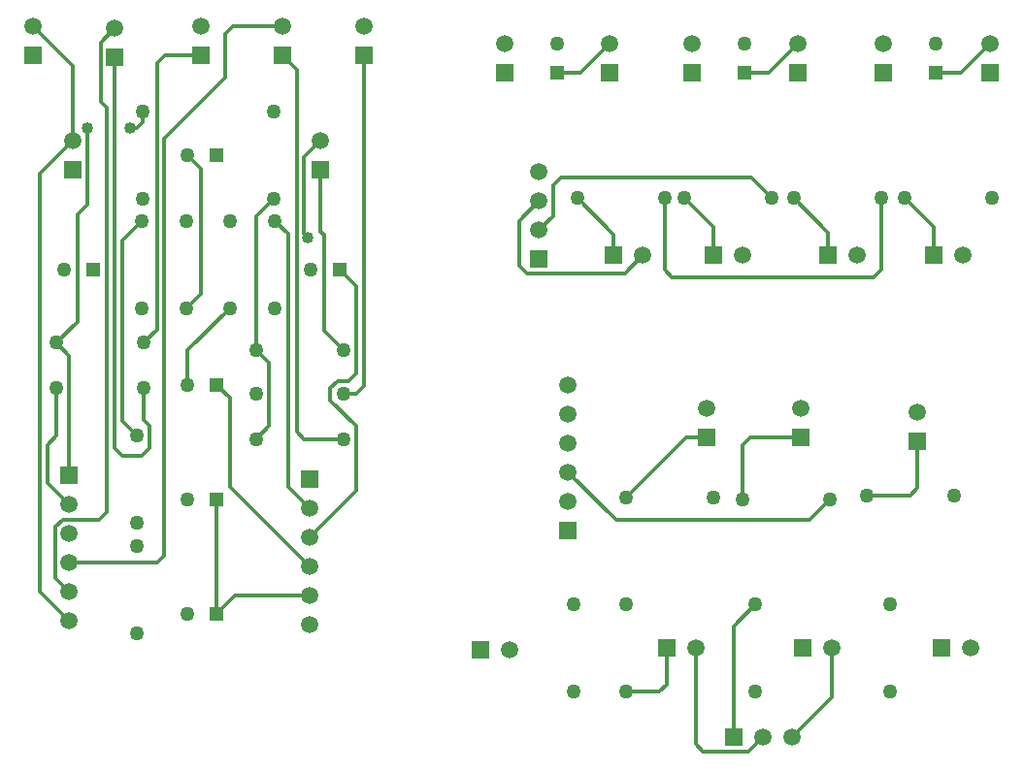
<source format=gbr>
G04 DipTrace 2.4.0.2*
%INBottom.gbr*%
%MOIN*%
%ADD13C,0.013*%
%ADD16C,0.05*%
%ADD17R,0.05X0.05*%
%ADD18C,0.05*%
%ADD19R,0.0591X0.0591*%
%ADD20C,0.0591*%
%ADD21C,0.04*%
%FSLAX44Y44*%
G04*
G70*
G90*
G75*
G01*
%LNBottom*%
%LPD*%
X16617Y20927D2*
D13*
X17176Y20368D1*
Y17380D1*
X16916Y17121D1*
X16546D1*
X16286Y16861D1*
Y16448D1*
X17176Y15558D1*
Y13336D1*
X15578Y11738D1*
X12384Y16990D2*
X12829Y16545D1*
Y13487D1*
X15578Y10738D1*
Y9738D2*
X13006D1*
X12384Y9116D1*
Y13053D1*
X28823Y7927D2*
Y4632D1*
X29083Y4372D1*
X30646D1*
X31136Y4862D1*
X15520Y22036D2*
X15385Y22171D1*
Y24802D1*
X15947Y25364D1*
X33511Y7927D2*
Y6237D1*
X32136Y4862D1*
X14635Y29301D2*
X12948D1*
X12688Y29041D1*
Y27551D1*
X10588Y25451D1*
Y11123D1*
X10329Y10863D1*
X7321D1*
X8884Y29239D2*
X8394Y28749D1*
Y26718D1*
X8597Y26515D1*
Y12613D1*
X8337Y12353D1*
X7091D1*
X6831Y12093D1*
Y10353D1*
X7321Y9863D1*
Y8863D2*
X6311Y9873D1*
Y24229D1*
X7446Y25364D1*
Y27926D1*
X6071Y29301D1*
X16731Y18176D2*
X16061Y18845D1*
Y22133D1*
X15947Y22247D1*
Y24364D1*
X16731Y16676D2*
X17187D1*
X17447Y16936D1*
Y28301D1*
X27011Y21431D2*
X26391Y20811D1*
X23029D1*
X22769Y21071D1*
Y22622D1*
X23448Y23301D1*
X9884Y18426D2*
X10329Y18871D1*
Y28041D1*
X10589Y28301D1*
X11822D1*
X26011Y21431D2*
Y22150D1*
X24761Y23399D1*
X36449Y15051D2*
Y13435D1*
X36190Y13175D1*
X34700D1*
X11322Y19616D2*
X11829Y20123D1*
Y24419D1*
X11384Y24864D1*
X16731Y15113D2*
X15385D1*
X15125Y15373D1*
Y27811D1*
X14635Y28301D1*
X9884Y16863D2*
Y15781D1*
X10079Y15585D1*
Y14793D1*
X9819Y14533D1*
X9144D1*
X8884Y14793D1*
Y28239D1*
X32449Y15176D2*
X30709D1*
X30449Y14916D1*
Y13050D1*
X37012Y21431D2*
Y22400D1*
X36012Y23399D1*
X30511Y27712D2*
X31324D1*
X32324Y28712D1*
X33387Y21431D2*
Y22212D1*
X32199Y23399D1*
X12822Y19616D2*
X11384Y18178D1*
Y16990D1*
X29449Y21431D2*
Y22400D1*
X28449Y23399D1*
X37074Y27712D2*
X37950D1*
X38950Y28712D1*
X27823Y7927D2*
Y6686D1*
X27564Y6427D1*
X26448D1*
X26449Y13113D2*
X28511Y15176D1*
X29199D1*
X33449Y13050D2*
X32744Y12346D1*
X26090D1*
X24448Y13988D1*
X24073Y27712D2*
X24886D1*
X25886Y28712D1*
X27761Y23399D2*
Y20941D1*
X28021Y20681D1*
X34939D1*
X35199Y20941D1*
Y23399D1*
X31449D2*
X30744Y24104D1*
X24198D1*
X23938Y23844D1*
Y22791D1*
X23448Y22301D1*
X9634Y15238D2*
X9144Y15728D1*
Y21940D1*
X9820Y22616D1*
X14385D2*
X14830Y22171D1*
Y13486D1*
X15578Y12738D1*
X9411Y25806D2*
X9622D1*
X9822Y26006D1*
Y26364D1*
X6884Y18426D2*
X7597Y19139D1*
Y22848D1*
X7936Y23187D1*
Y25806D1*
X7321Y13863D2*
Y17988D1*
X6884Y18426D1*
X30886Y9427D2*
X30136Y8677D1*
Y4862D1*
X13731Y15113D2*
X14176Y15558D1*
Y17731D1*
X13731Y18176D1*
X6884Y16863D2*
Y15232D1*
X6571Y14920D1*
Y13613D1*
X7321Y12863D1*
X13731Y18176D2*
Y22773D1*
X14322Y23364D1*
D21*
X7936Y25806D3*
X9411D3*
X15520Y22036D3*
D16*
X11384Y24864D3*
D17*
X12384D3*
D16*
X15617Y20927D3*
D17*
X16617D3*
D16*
X7152D3*
D17*
X8152D3*
D16*
X11384Y16990D3*
D17*
X12384D3*
D16*
X11384Y13053D3*
D17*
X12384D3*
D16*
X11384Y9116D3*
D17*
X12384D3*
D16*
X9634Y15238D3*
D18*
Y12238D3*
D16*
X9820Y22616D3*
D18*
Y19616D3*
D16*
X11322Y22616D3*
D18*
Y19616D3*
D16*
X14385Y22616D3*
D18*
Y19616D3*
D16*
X12822Y22616D3*
D18*
Y19616D3*
D16*
X9634Y11425D3*
D18*
Y8425D3*
D19*
X15578Y13738D3*
D20*
Y12738D3*
Y11738D3*
Y10738D3*
Y9738D3*
Y8738D3*
D16*
X6884Y18426D3*
D18*
X9884D3*
D16*
X13731Y16676D3*
D18*
X16731D3*
D16*
X14322Y23364D3*
D18*
Y26364D3*
D16*
X9822D3*
D18*
Y23364D3*
D16*
X13731Y18176D3*
D18*
X16731D3*
D16*
X13731Y15113D3*
D18*
X16731D3*
D16*
X6884Y16863D3*
D18*
X9884D3*
D19*
X15947Y24364D3*
D20*
Y25364D3*
D19*
X17447Y28301D3*
D20*
Y29301D3*
D19*
X14635Y28301D3*
D20*
Y29301D3*
D19*
X11822Y28301D3*
D20*
Y29301D3*
D19*
X8884Y28239D3*
D20*
Y29239D3*
D19*
X6071Y28301D3*
D20*
Y29301D3*
D19*
X7446Y24364D3*
D20*
Y25364D3*
D19*
X7321Y13863D3*
D20*
Y12863D3*
Y11863D3*
Y10863D3*
Y9863D3*
Y8863D3*
D19*
X23448Y21301D3*
D20*
Y22301D3*
Y23301D3*
Y24301D3*
D19*
X24448Y11988D3*
D20*
Y12988D3*
Y13988D3*
Y14988D3*
Y15988D3*
Y16988D3*
D16*
X24073Y28712D3*
D17*
Y27712D3*
D16*
X30511Y28712D3*
D17*
Y27712D3*
D16*
X37074Y28712D3*
D17*
Y27712D3*
D19*
X25886D3*
D20*
Y28712D3*
D19*
X32324Y27712D3*
D20*
Y28712D3*
D19*
X38950Y27712D3*
D20*
Y28712D3*
D19*
X36449Y15051D3*
D20*
Y16051D3*
D19*
X32449Y15176D3*
D20*
Y16176D3*
D19*
X29199Y15176D3*
D20*
Y16176D3*
D19*
X26011Y21431D3*
D20*
X27011D3*
D19*
X29449D3*
D20*
X30449D3*
D19*
X33387D3*
D20*
X34387D3*
D19*
X37012D3*
D20*
X38012D3*
D19*
X21448Y7862D3*
D20*
X22448D3*
D19*
X27823Y7927D3*
D20*
X28823D3*
D19*
X32511D3*
D20*
X33511D3*
D19*
X37262D3*
D20*
X38262D3*
D19*
X30136Y4862D3*
D20*
X31136D3*
X32136D3*
D19*
X22260Y27712D3*
D20*
Y28712D3*
D19*
X28699Y27712D3*
D20*
Y28712D3*
D19*
X35262Y27712D3*
D20*
Y28712D3*
D16*
X37700Y13175D3*
D18*
X34700D3*
D16*
X33449Y13050D3*
D18*
X30449D3*
D16*
X29449Y13113D3*
D18*
X26449D3*
D16*
X27761Y23399D3*
D18*
X24761D3*
D16*
X31449D3*
D18*
X28449D3*
D16*
X35199D3*
D18*
X32199D3*
D16*
X39012D3*
D18*
X36012D3*
D16*
X24636Y9427D3*
D18*
Y6427D3*
D16*
X26448Y9427D3*
D18*
Y6427D3*
D16*
X30886Y9427D3*
D18*
Y6427D3*
D16*
X35512Y9427D3*
D18*
Y6427D3*
M02*

</source>
